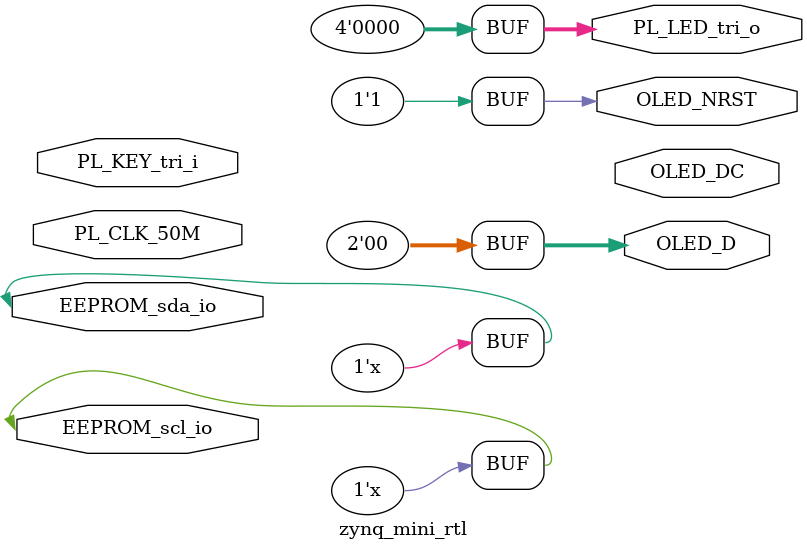
<source format=sv>


module zynq_mini_rtl (
    //Input clock 50 MHz
    input  logic PL_CLK_50M,
    //Onboard LEDs andbuttons
    output logic [3:0] PL_LED_tri_o,
    input  logic [1:0] PL_KEY_tri_i,
    //OLED
    output logic OLED_NRST,
    output logic OLED_DC,
    output logic [1:0] OLED_D,
    //EEPROM
    inout  wire EEPROM_scl_io,
    inout  wire EEPROM_sda_io
);

//Default output states
always_comb PL_LED_tri_o <= '0;
always_comb OLED_NRST <= '1;
always_comb OLED_D <= '0;

assign EEPROM_scl_io = 'z;
assign EEPROM_sda_io = 'z;

endmodule
</source>
